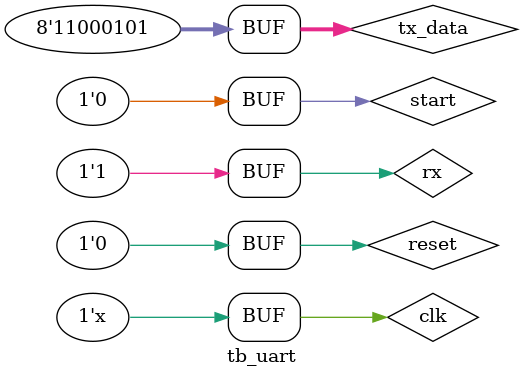
<source format=v>
`timescale 1ns / 1ps

module tb_uart ();

    reg        clk;
    reg        reset;
    // Transmitter
    reg        start;
    reg  [7:0] tx_data;
    wire       tx;
    wire       tx_done;
    // Receiver
    reg        rx;
    wire [7:0] rx_data;
    wire       rx_done;

    uart dut (
        .clk(clk),
        .reset(reset),
        .start(start),
        .tx_data(tx_data),
        .tx(tx),
        .tx_done(tx_done),
        .rx(rx),
        .rx_data(rx_data),
        .rx_done(rx_done)
    );

    always #5 clk = ~clk;
    
    initial begin
        clk   = 1'b0;
        reset = 1'b1;
        start = 1'b0;
        rx    = 1'b1;
    end

    initial begin
        #20 reset = 1'b0;
        #100 tx_data = 8'b11000101;
        start = 1'b1;
        #10 start = 1'b0;
    end

endmodule

</source>
